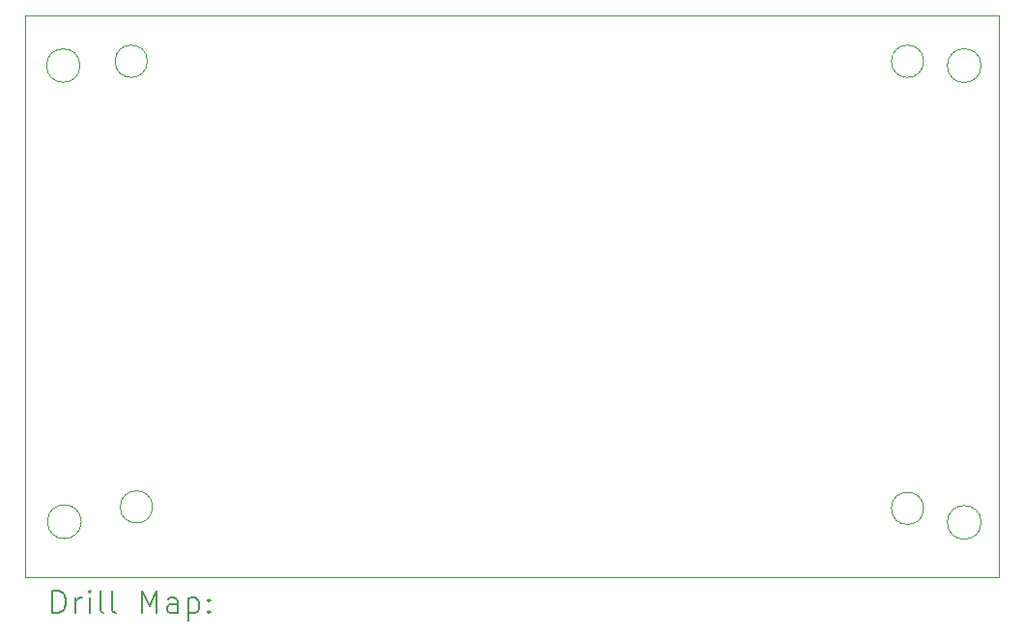
<source format=gbr>
%TF.GenerationSoftware,KiCad,Pcbnew,7.0.1*%
%TF.CreationDate,2023-10-26T15:35:27+00:00*%
%TF.ProjectId,Control_Board,436f6e74-726f-46c5-9f42-6f6172642e6b,rev?*%
%TF.SameCoordinates,Original*%
%TF.FileFunction,Drillmap*%
%TF.FilePolarity,Positive*%
%FSLAX45Y45*%
G04 Gerber Fmt 4.5, Leading zero omitted, Abs format (unit mm)*
G04 Created by KiCad (PCBNEW 7.0.1) date 2023-10-26 15:35:27*
%MOMM*%
%LPD*%
G01*
G04 APERTURE LIST*
%ADD10C,0.100000*%
%ADD11C,0.200000*%
G04 APERTURE END LIST*
D10*
X9686030Y-12697000D02*
G75*
G03*
X9686030Y-12697000I-148030J0D01*
G01*
X17573030Y-8695970D02*
G75*
G03*
X17573030Y-8695970I-148030J0D01*
G01*
X17069032Y-8657500D02*
G75*
G03*
X17069032Y-8657500I-141532J0D01*
G01*
X10265564Y-8657500D02*
G75*
G03*
X10265564Y-8657500I-141532J0D01*
G01*
X9675660Y-8695000D02*
G75*
G03*
X9675660Y-8695000I-146660J0D01*
G01*
X9193000Y-8258000D02*
X17731000Y-8258000D01*
X17731000Y-13181000D01*
X9193000Y-13181000D01*
X9193000Y-8258000D01*
X10311532Y-12567500D02*
G75*
G03*
X10311532Y-12567500I-141532J0D01*
G01*
X17573030Y-12702970D02*
G75*
G03*
X17573030Y-12702970I-148030J0D01*
G01*
X17069532Y-12580000D02*
G75*
G03*
X17069532Y-12580000I-141532J0D01*
G01*
D11*
X9435619Y-13498524D02*
X9435619Y-13298524D01*
X9435619Y-13298524D02*
X9483238Y-13298524D01*
X9483238Y-13298524D02*
X9511810Y-13308048D01*
X9511810Y-13308048D02*
X9530857Y-13327095D01*
X9530857Y-13327095D02*
X9540381Y-13346143D01*
X9540381Y-13346143D02*
X9549905Y-13384238D01*
X9549905Y-13384238D02*
X9549905Y-13412809D01*
X9549905Y-13412809D02*
X9540381Y-13450905D01*
X9540381Y-13450905D02*
X9530857Y-13469952D01*
X9530857Y-13469952D02*
X9511810Y-13489000D01*
X9511810Y-13489000D02*
X9483238Y-13498524D01*
X9483238Y-13498524D02*
X9435619Y-13498524D01*
X9635619Y-13498524D02*
X9635619Y-13365190D01*
X9635619Y-13403286D02*
X9645143Y-13384238D01*
X9645143Y-13384238D02*
X9654667Y-13374714D01*
X9654667Y-13374714D02*
X9673714Y-13365190D01*
X9673714Y-13365190D02*
X9692762Y-13365190D01*
X9759429Y-13498524D02*
X9759429Y-13365190D01*
X9759429Y-13298524D02*
X9749905Y-13308048D01*
X9749905Y-13308048D02*
X9759429Y-13317571D01*
X9759429Y-13317571D02*
X9768952Y-13308048D01*
X9768952Y-13308048D02*
X9759429Y-13298524D01*
X9759429Y-13298524D02*
X9759429Y-13317571D01*
X9883238Y-13498524D02*
X9864190Y-13489000D01*
X9864190Y-13489000D02*
X9854667Y-13469952D01*
X9854667Y-13469952D02*
X9854667Y-13298524D01*
X9988000Y-13498524D02*
X9968952Y-13489000D01*
X9968952Y-13489000D02*
X9959429Y-13469952D01*
X9959429Y-13469952D02*
X9959429Y-13298524D01*
X10216571Y-13498524D02*
X10216571Y-13298524D01*
X10216571Y-13298524D02*
X10283238Y-13441381D01*
X10283238Y-13441381D02*
X10349905Y-13298524D01*
X10349905Y-13298524D02*
X10349905Y-13498524D01*
X10530857Y-13498524D02*
X10530857Y-13393762D01*
X10530857Y-13393762D02*
X10521333Y-13374714D01*
X10521333Y-13374714D02*
X10502286Y-13365190D01*
X10502286Y-13365190D02*
X10464190Y-13365190D01*
X10464190Y-13365190D02*
X10445143Y-13374714D01*
X10530857Y-13489000D02*
X10511810Y-13498524D01*
X10511810Y-13498524D02*
X10464190Y-13498524D01*
X10464190Y-13498524D02*
X10445143Y-13489000D01*
X10445143Y-13489000D02*
X10435619Y-13469952D01*
X10435619Y-13469952D02*
X10435619Y-13450905D01*
X10435619Y-13450905D02*
X10445143Y-13431857D01*
X10445143Y-13431857D02*
X10464190Y-13422333D01*
X10464190Y-13422333D02*
X10511810Y-13422333D01*
X10511810Y-13422333D02*
X10530857Y-13412809D01*
X10626095Y-13365190D02*
X10626095Y-13565190D01*
X10626095Y-13374714D02*
X10645143Y-13365190D01*
X10645143Y-13365190D02*
X10683238Y-13365190D01*
X10683238Y-13365190D02*
X10702286Y-13374714D01*
X10702286Y-13374714D02*
X10711810Y-13384238D01*
X10711810Y-13384238D02*
X10721333Y-13403286D01*
X10721333Y-13403286D02*
X10721333Y-13460428D01*
X10721333Y-13460428D02*
X10711810Y-13479476D01*
X10711810Y-13479476D02*
X10702286Y-13489000D01*
X10702286Y-13489000D02*
X10683238Y-13498524D01*
X10683238Y-13498524D02*
X10645143Y-13498524D01*
X10645143Y-13498524D02*
X10626095Y-13489000D01*
X10807048Y-13479476D02*
X10816571Y-13489000D01*
X10816571Y-13489000D02*
X10807048Y-13498524D01*
X10807048Y-13498524D02*
X10797524Y-13489000D01*
X10797524Y-13489000D02*
X10807048Y-13479476D01*
X10807048Y-13479476D02*
X10807048Y-13498524D01*
X10807048Y-13374714D02*
X10816571Y-13384238D01*
X10816571Y-13384238D02*
X10807048Y-13393762D01*
X10807048Y-13393762D02*
X10797524Y-13384238D01*
X10797524Y-13384238D02*
X10807048Y-13374714D01*
X10807048Y-13374714D02*
X10807048Y-13393762D01*
M02*

</source>
